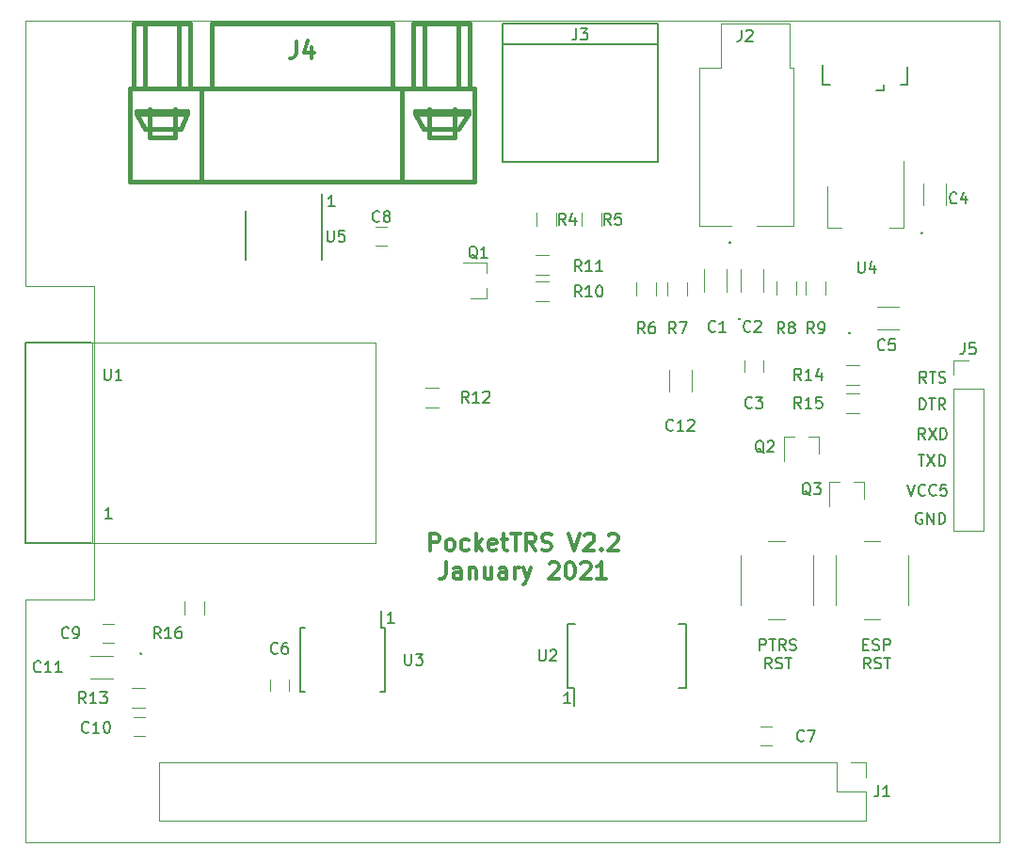
<source format=gbr>
G04 #@! TF.GenerationSoftware,KiCad,Pcbnew,(5.1.5)-3*
G04 #@! TF.CreationDate,2021-01-31T13:17:02+13:00*
G04 #@! TF.ProjectId,PocketTRS,506f636b-6574-4545-9253-2e6b69636164,rev?*
G04 #@! TF.SameCoordinates,Original*
G04 #@! TF.FileFunction,Legend,Top*
G04 #@! TF.FilePolarity,Positive*
%FSLAX46Y46*%
G04 Gerber Fmt 4.6, Leading zero omitted, Abs format (unit mm)*
G04 Created by KiCad (PCBNEW (5.1.5)-3) date 2021-01-31 13:17:02*
%MOMM*%
%LPD*%
G04 APERTURE LIST*
%ADD10C,0.150000*%
%ADD11C,0.050000*%
%ADD12C,0.300000*%
%ADD13C,0.120000*%
%ADD14C,0.381000*%
%ADD15C,0.304800*%
G04 APERTURE END LIST*
D10*
X229362000Y-88749142D02*
X229409619Y-88796761D01*
X229362000Y-88844380D01*
X229314380Y-88796761D01*
X229362000Y-88749142D01*
X229362000Y-88844380D01*
X175514000Y-118848142D02*
X175561619Y-118895761D01*
X175514000Y-118943380D01*
X175466380Y-118895761D01*
X175514000Y-118848142D01*
X175514000Y-118943380D01*
X245745000Y-81002142D02*
X245792619Y-81049761D01*
X245745000Y-81097380D01*
X245697380Y-81049761D01*
X245745000Y-81002142D01*
X245745000Y-81097380D01*
D11*
X165100000Y-135890000D02*
X165100000Y-114046000D01*
X165100000Y-64770000D02*
X165100000Y-85852000D01*
X171323000Y-85852000D02*
X171323000Y-90805000D01*
X171323000Y-85852000D02*
X165100000Y-85852000D01*
X171323000Y-114046000D02*
X171323000Y-90805000D01*
X165100000Y-114046000D02*
X171323000Y-114046000D01*
D10*
X231171952Y-118626380D02*
X231171952Y-117626380D01*
X231552904Y-117626380D01*
X231648142Y-117674000D01*
X231695761Y-117721619D01*
X231743380Y-117816857D01*
X231743380Y-117959714D01*
X231695761Y-118054952D01*
X231648142Y-118102571D01*
X231552904Y-118150190D01*
X231171952Y-118150190D01*
X232029095Y-117626380D02*
X232600523Y-117626380D01*
X232314809Y-118626380D02*
X232314809Y-117626380D01*
X233505285Y-118626380D02*
X233171952Y-118150190D01*
X232933857Y-118626380D02*
X232933857Y-117626380D01*
X233314809Y-117626380D01*
X233410047Y-117674000D01*
X233457666Y-117721619D01*
X233505285Y-117816857D01*
X233505285Y-117959714D01*
X233457666Y-118054952D01*
X233410047Y-118102571D01*
X233314809Y-118150190D01*
X232933857Y-118150190D01*
X233886238Y-118578761D02*
X234029095Y-118626380D01*
X234267190Y-118626380D01*
X234362428Y-118578761D01*
X234410047Y-118531142D01*
X234457666Y-118435904D01*
X234457666Y-118340666D01*
X234410047Y-118245428D01*
X234362428Y-118197809D01*
X234267190Y-118150190D01*
X234076714Y-118102571D01*
X233981476Y-118054952D01*
X233933857Y-118007333D01*
X233886238Y-117912095D01*
X233886238Y-117816857D01*
X233933857Y-117721619D01*
X233981476Y-117674000D01*
X234076714Y-117626380D01*
X234314809Y-117626380D01*
X234457666Y-117674000D01*
X232243380Y-120276380D02*
X231910047Y-119800190D01*
X231671952Y-120276380D02*
X231671952Y-119276380D01*
X232052904Y-119276380D01*
X232148142Y-119324000D01*
X232195761Y-119371619D01*
X232243380Y-119466857D01*
X232243380Y-119609714D01*
X232195761Y-119704952D01*
X232148142Y-119752571D01*
X232052904Y-119800190D01*
X231671952Y-119800190D01*
X232624333Y-120228761D02*
X232767190Y-120276380D01*
X233005285Y-120276380D01*
X233100523Y-120228761D01*
X233148142Y-120181142D01*
X233195761Y-120085904D01*
X233195761Y-119990666D01*
X233148142Y-119895428D01*
X233100523Y-119847809D01*
X233005285Y-119800190D01*
X232814809Y-119752571D01*
X232719571Y-119704952D01*
X232671952Y-119657333D01*
X232624333Y-119562095D01*
X232624333Y-119466857D01*
X232671952Y-119371619D01*
X232719571Y-119324000D01*
X232814809Y-119276380D01*
X233052904Y-119276380D01*
X233195761Y-119324000D01*
X233481476Y-119276380D02*
X234052904Y-119276380D01*
X233767190Y-120276380D02*
X233767190Y-119276380D01*
X240490523Y-118102571D02*
X240823857Y-118102571D01*
X240966714Y-118626380D02*
X240490523Y-118626380D01*
X240490523Y-117626380D01*
X240966714Y-117626380D01*
X241347666Y-118578761D02*
X241490523Y-118626380D01*
X241728619Y-118626380D01*
X241823857Y-118578761D01*
X241871476Y-118531142D01*
X241919095Y-118435904D01*
X241919095Y-118340666D01*
X241871476Y-118245428D01*
X241823857Y-118197809D01*
X241728619Y-118150190D01*
X241538142Y-118102571D01*
X241442904Y-118054952D01*
X241395285Y-118007333D01*
X241347666Y-117912095D01*
X241347666Y-117816857D01*
X241395285Y-117721619D01*
X241442904Y-117674000D01*
X241538142Y-117626380D01*
X241776238Y-117626380D01*
X241919095Y-117674000D01*
X242347666Y-118626380D02*
X242347666Y-117626380D01*
X242728619Y-117626380D01*
X242823857Y-117674000D01*
X242871476Y-117721619D01*
X242919095Y-117816857D01*
X242919095Y-117959714D01*
X242871476Y-118054952D01*
X242823857Y-118102571D01*
X242728619Y-118150190D01*
X242347666Y-118150190D01*
X241133380Y-120276380D02*
X240800047Y-119800190D01*
X240561952Y-120276380D02*
X240561952Y-119276380D01*
X240942904Y-119276380D01*
X241038142Y-119324000D01*
X241085761Y-119371619D01*
X241133380Y-119466857D01*
X241133380Y-119609714D01*
X241085761Y-119704952D01*
X241038142Y-119752571D01*
X240942904Y-119800190D01*
X240561952Y-119800190D01*
X241514333Y-120228761D02*
X241657190Y-120276380D01*
X241895285Y-120276380D01*
X241990523Y-120228761D01*
X242038142Y-120181142D01*
X242085761Y-120085904D01*
X242085761Y-119990666D01*
X242038142Y-119895428D01*
X241990523Y-119847809D01*
X241895285Y-119800190D01*
X241704809Y-119752571D01*
X241609571Y-119704952D01*
X241561952Y-119657333D01*
X241514333Y-119562095D01*
X241514333Y-119466857D01*
X241561952Y-119371619D01*
X241609571Y-119324000D01*
X241704809Y-119276380D01*
X241942904Y-119276380D01*
X242085761Y-119324000D01*
X242371476Y-119276380D02*
X242942904Y-119276380D01*
X242657190Y-120276380D02*
X242657190Y-119276380D01*
X228473000Y-81891142D02*
X228520619Y-81938761D01*
X228473000Y-81986380D01*
X228425380Y-81938761D01*
X228473000Y-81891142D01*
X228473000Y-81986380D01*
X239268000Y-90019142D02*
X239315619Y-90066761D01*
X239268000Y-90114380D01*
X239220380Y-90066761D01*
X239268000Y-90019142D01*
X239268000Y-90114380D01*
X192944714Y-78684380D02*
X192373285Y-78684380D01*
X192659000Y-78684380D02*
X192659000Y-77684380D01*
X192563761Y-77827238D01*
X192468523Y-77922476D01*
X192373285Y-77970095D01*
X198278714Y-116149380D02*
X197707285Y-116149380D01*
X197993000Y-116149380D02*
X197993000Y-115149380D01*
X197897761Y-115292238D01*
X197802523Y-115387476D01*
X197707285Y-115435095D01*
X214153714Y-123388380D02*
X213582285Y-123388380D01*
X213868000Y-123388380D02*
X213868000Y-122388380D01*
X213772761Y-122531238D01*
X213677523Y-122626476D01*
X213582285Y-122674095D01*
X172878714Y-106751380D02*
X172307285Y-106751380D01*
X172593000Y-106751380D02*
X172593000Y-105751380D01*
X172497761Y-105894238D01*
X172402523Y-105989476D01*
X172307285Y-106037095D01*
D11*
X252730000Y-64770000D02*
X252730000Y-61976000D01*
X165100000Y-61976000D02*
X165100000Y-64770000D01*
D12*
X201502428Y-109639571D02*
X201502428Y-108139571D01*
X202073857Y-108139571D01*
X202216714Y-108211000D01*
X202288142Y-108282428D01*
X202359571Y-108425285D01*
X202359571Y-108639571D01*
X202288142Y-108782428D01*
X202216714Y-108853857D01*
X202073857Y-108925285D01*
X201502428Y-108925285D01*
X203216714Y-109639571D02*
X203073857Y-109568142D01*
X203002428Y-109496714D01*
X202931000Y-109353857D01*
X202931000Y-108925285D01*
X203002428Y-108782428D01*
X203073857Y-108711000D01*
X203216714Y-108639571D01*
X203431000Y-108639571D01*
X203573857Y-108711000D01*
X203645285Y-108782428D01*
X203716714Y-108925285D01*
X203716714Y-109353857D01*
X203645285Y-109496714D01*
X203573857Y-109568142D01*
X203431000Y-109639571D01*
X203216714Y-109639571D01*
X205002428Y-109568142D02*
X204859571Y-109639571D01*
X204573857Y-109639571D01*
X204431000Y-109568142D01*
X204359571Y-109496714D01*
X204288142Y-109353857D01*
X204288142Y-108925285D01*
X204359571Y-108782428D01*
X204431000Y-108711000D01*
X204573857Y-108639571D01*
X204859571Y-108639571D01*
X205002428Y-108711000D01*
X205645285Y-109639571D02*
X205645285Y-108139571D01*
X205788142Y-109068142D02*
X206216714Y-109639571D01*
X206216714Y-108639571D02*
X205645285Y-109211000D01*
X207431000Y-109568142D02*
X207288142Y-109639571D01*
X207002428Y-109639571D01*
X206859571Y-109568142D01*
X206788142Y-109425285D01*
X206788142Y-108853857D01*
X206859571Y-108711000D01*
X207002428Y-108639571D01*
X207288142Y-108639571D01*
X207431000Y-108711000D01*
X207502428Y-108853857D01*
X207502428Y-108996714D01*
X206788142Y-109139571D01*
X207931000Y-108639571D02*
X208502428Y-108639571D01*
X208145285Y-108139571D02*
X208145285Y-109425285D01*
X208216714Y-109568142D01*
X208359571Y-109639571D01*
X208502428Y-109639571D01*
X208788142Y-108139571D02*
X209645285Y-108139571D01*
X209216714Y-109639571D02*
X209216714Y-108139571D01*
X211002428Y-109639571D02*
X210502428Y-108925285D01*
X210145285Y-109639571D02*
X210145285Y-108139571D01*
X210716714Y-108139571D01*
X210859571Y-108211000D01*
X210931000Y-108282428D01*
X211002428Y-108425285D01*
X211002428Y-108639571D01*
X210931000Y-108782428D01*
X210859571Y-108853857D01*
X210716714Y-108925285D01*
X210145285Y-108925285D01*
X211573857Y-109568142D02*
X211788142Y-109639571D01*
X212145285Y-109639571D01*
X212288142Y-109568142D01*
X212359571Y-109496714D01*
X212431000Y-109353857D01*
X212431000Y-109211000D01*
X212359571Y-109068142D01*
X212288142Y-108996714D01*
X212145285Y-108925285D01*
X211859571Y-108853857D01*
X211716714Y-108782428D01*
X211645285Y-108711000D01*
X211573857Y-108568142D01*
X211573857Y-108425285D01*
X211645285Y-108282428D01*
X211716714Y-108211000D01*
X211859571Y-108139571D01*
X212216714Y-108139571D01*
X212431000Y-108211000D01*
X214002428Y-108139571D02*
X214502428Y-109639571D01*
X215002428Y-108139571D01*
X215431000Y-108282428D02*
X215502428Y-108211000D01*
X215645285Y-108139571D01*
X216002428Y-108139571D01*
X216145285Y-108211000D01*
X216216714Y-108282428D01*
X216288142Y-108425285D01*
X216288142Y-108568142D01*
X216216714Y-108782428D01*
X215359571Y-109639571D01*
X216288142Y-109639571D01*
X216931000Y-109496714D02*
X217002428Y-109568142D01*
X216931000Y-109639571D01*
X216859571Y-109568142D01*
X216931000Y-109496714D01*
X216931000Y-109639571D01*
X217573857Y-108282428D02*
X217645285Y-108211000D01*
X217788142Y-108139571D01*
X218145285Y-108139571D01*
X218288142Y-108211000D01*
X218359571Y-108282428D01*
X218431000Y-108425285D01*
X218431000Y-108568142D01*
X218359571Y-108782428D01*
X217502428Y-109639571D01*
X218431000Y-109639571D01*
X202966714Y-110689571D02*
X202966714Y-111761000D01*
X202895285Y-111975285D01*
X202752428Y-112118142D01*
X202538142Y-112189571D01*
X202395285Y-112189571D01*
X204323857Y-112189571D02*
X204323857Y-111403857D01*
X204252428Y-111261000D01*
X204109571Y-111189571D01*
X203823857Y-111189571D01*
X203681000Y-111261000D01*
X204323857Y-112118142D02*
X204181000Y-112189571D01*
X203823857Y-112189571D01*
X203681000Y-112118142D01*
X203609571Y-111975285D01*
X203609571Y-111832428D01*
X203681000Y-111689571D01*
X203823857Y-111618142D01*
X204181000Y-111618142D01*
X204323857Y-111546714D01*
X205038142Y-111189571D02*
X205038142Y-112189571D01*
X205038142Y-111332428D02*
X205109571Y-111261000D01*
X205252428Y-111189571D01*
X205466714Y-111189571D01*
X205609571Y-111261000D01*
X205681000Y-111403857D01*
X205681000Y-112189571D01*
X207038142Y-111189571D02*
X207038142Y-112189571D01*
X206395285Y-111189571D02*
X206395285Y-111975285D01*
X206466714Y-112118142D01*
X206609571Y-112189571D01*
X206823857Y-112189571D01*
X206966714Y-112118142D01*
X207038142Y-112046714D01*
X208395285Y-112189571D02*
X208395285Y-111403857D01*
X208323857Y-111261000D01*
X208181000Y-111189571D01*
X207895285Y-111189571D01*
X207752428Y-111261000D01*
X208395285Y-112118142D02*
X208252428Y-112189571D01*
X207895285Y-112189571D01*
X207752428Y-112118142D01*
X207681000Y-111975285D01*
X207681000Y-111832428D01*
X207752428Y-111689571D01*
X207895285Y-111618142D01*
X208252428Y-111618142D01*
X208395285Y-111546714D01*
X209109571Y-112189571D02*
X209109571Y-111189571D01*
X209109571Y-111475285D02*
X209181000Y-111332428D01*
X209252428Y-111261000D01*
X209395285Y-111189571D01*
X209538142Y-111189571D01*
X209895285Y-111189571D02*
X210252428Y-112189571D01*
X210609571Y-111189571D02*
X210252428Y-112189571D01*
X210109571Y-112546714D01*
X210038142Y-112618142D01*
X209895285Y-112689571D01*
X212252428Y-110832428D02*
X212323857Y-110761000D01*
X212466714Y-110689571D01*
X212823857Y-110689571D01*
X212966714Y-110761000D01*
X213038142Y-110832428D01*
X213109571Y-110975285D01*
X213109571Y-111118142D01*
X213038142Y-111332428D01*
X212181000Y-112189571D01*
X213109571Y-112189571D01*
X214038142Y-110689571D02*
X214181000Y-110689571D01*
X214323857Y-110761000D01*
X214395285Y-110832428D01*
X214466714Y-110975285D01*
X214538142Y-111261000D01*
X214538142Y-111618142D01*
X214466714Y-111903857D01*
X214395285Y-112046714D01*
X214323857Y-112118142D01*
X214181000Y-112189571D01*
X214038142Y-112189571D01*
X213895285Y-112118142D01*
X213823857Y-112046714D01*
X213752428Y-111903857D01*
X213681000Y-111618142D01*
X213681000Y-111261000D01*
X213752428Y-110975285D01*
X213823857Y-110832428D01*
X213895285Y-110761000D01*
X214038142Y-110689571D01*
X215109571Y-110832428D02*
X215181000Y-110761000D01*
X215323857Y-110689571D01*
X215681000Y-110689571D01*
X215823857Y-110761000D01*
X215895285Y-110832428D01*
X215966714Y-110975285D01*
X215966714Y-111118142D01*
X215895285Y-111332428D01*
X215038142Y-112189571D01*
X215966714Y-112189571D01*
X217395285Y-112189571D02*
X216538142Y-112189571D01*
X216966714Y-112189571D02*
X216966714Y-110689571D01*
X216823857Y-110903857D01*
X216681000Y-111046714D01*
X216538142Y-111118142D01*
D11*
X252730000Y-135890000D02*
X165100000Y-135890000D01*
X252730000Y-64770000D02*
X252730000Y-135890000D01*
D10*
X244473214Y-103719380D02*
X244806547Y-104719380D01*
X245139880Y-103719380D01*
X246044642Y-104624142D02*
X245997023Y-104671761D01*
X245854166Y-104719380D01*
X245758928Y-104719380D01*
X245616071Y-104671761D01*
X245520833Y-104576523D01*
X245473214Y-104481285D01*
X245425595Y-104290809D01*
X245425595Y-104147952D01*
X245473214Y-103957476D01*
X245520833Y-103862238D01*
X245616071Y-103767000D01*
X245758928Y-103719380D01*
X245854166Y-103719380D01*
X245997023Y-103767000D01*
X246044642Y-103814619D01*
X247044642Y-104624142D02*
X246997023Y-104671761D01*
X246854166Y-104719380D01*
X246758928Y-104719380D01*
X246616071Y-104671761D01*
X246520833Y-104576523D01*
X246473214Y-104481285D01*
X246425595Y-104290809D01*
X246425595Y-104147952D01*
X246473214Y-103957476D01*
X246520833Y-103862238D01*
X246616071Y-103767000D01*
X246758928Y-103719380D01*
X246854166Y-103719380D01*
X246997023Y-103767000D01*
X247044642Y-103814619D01*
X247949404Y-103719380D02*
X247473214Y-103719380D01*
X247425595Y-104195571D01*
X247473214Y-104147952D01*
X247568452Y-104100333D01*
X247806547Y-104100333D01*
X247901785Y-104147952D01*
X247949404Y-104195571D01*
X247997023Y-104290809D01*
X247997023Y-104528904D01*
X247949404Y-104624142D01*
X247901785Y-104671761D01*
X247806547Y-104719380D01*
X247568452Y-104719380D01*
X247473214Y-104671761D01*
X247425595Y-104624142D01*
X245441452Y-101052380D02*
X246012880Y-101052380D01*
X245727166Y-102052380D02*
X245727166Y-101052380D01*
X246250976Y-101052380D02*
X246917642Y-102052380D01*
X246917642Y-101052380D02*
X246250976Y-102052380D01*
X247298595Y-102052380D02*
X247298595Y-101052380D01*
X247536690Y-101052380D01*
X247679547Y-101100000D01*
X247774785Y-101195238D01*
X247822404Y-101290476D01*
X247870023Y-101480952D01*
X247870023Y-101623809D01*
X247822404Y-101814285D01*
X247774785Y-101909523D01*
X247679547Y-102004761D01*
X247536690Y-102052380D01*
X247298595Y-102052380D01*
X246044642Y-99639380D02*
X245711309Y-99163190D01*
X245473214Y-99639380D02*
X245473214Y-98639380D01*
X245854166Y-98639380D01*
X245949404Y-98687000D01*
X245997023Y-98734619D01*
X246044642Y-98829857D01*
X246044642Y-98972714D01*
X245997023Y-99067952D01*
X245949404Y-99115571D01*
X245854166Y-99163190D01*
X245473214Y-99163190D01*
X246377976Y-98639380D02*
X247044642Y-99639380D01*
X247044642Y-98639380D02*
X246377976Y-99639380D01*
X247425595Y-99639380D02*
X247425595Y-98639380D01*
X247663690Y-98639380D01*
X247806547Y-98687000D01*
X247901785Y-98782238D01*
X247949404Y-98877476D01*
X247997023Y-99067952D01*
X247997023Y-99210809D01*
X247949404Y-99401285D01*
X247901785Y-99496523D01*
X247806547Y-99591761D01*
X247663690Y-99639380D01*
X247425595Y-99639380D01*
X245774785Y-106307000D02*
X245679547Y-106259380D01*
X245536690Y-106259380D01*
X245393833Y-106307000D01*
X245298595Y-106402238D01*
X245250976Y-106497476D01*
X245203357Y-106687952D01*
X245203357Y-106830809D01*
X245250976Y-107021285D01*
X245298595Y-107116523D01*
X245393833Y-107211761D01*
X245536690Y-107259380D01*
X245631928Y-107259380D01*
X245774785Y-107211761D01*
X245822404Y-107164142D01*
X245822404Y-106830809D01*
X245631928Y-106830809D01*
X246250976Y-107259380D02*
X246250976Y-106259380D01*
X246822404Y-107259380D01*
X246822404Y-106259380D01*
X247298595Y-107259380D02*
X247298595Y-106259380D01*
X247536690Y-106259380D01*
X247679547Y-106307000D01*
X247774785Y-106402238D01*
X247822404Y-106497476D01*
X247870023Y-106687952D01*
X247870023Y-106830809D01*
X247822404Y-107021285D01*
X247774785Y-107116523D01*
X247679547Y-107211761D01*
X247536690Y-107259380D01*
X247298595Y-107259380D01*
X245536690Y-96972380D02*
X245536690Y-95972380D01*
X245774785Y-95972380D01*
X245917642Y-96020000D01*
X246012880Y-96115238D01*
X246060500Y-96210476D01*
X246108119Y-96400952D01*
X246108119Y-96543809D01*
X246060500Y-96734285D01*
X246012880Y-96829523D01*
X245917642Y-96924761D01*
X245774785Y-96972380D01*
X245536690Y-96972380D01*
X246393833Y-95972380D02*
X246965261Y-95972380D01*
X246679547Y-96972380D02*
X246679547Y-95972380D01*
X247870023Y-96972380D02*
X247536690Y-96496190D01*
X247298595Y-96972380D02*
X247298595Y-95972380D01*
X247679547Y-95972380D01*
X247774785Y-96020000D01*
X247822404Y-96067619D01*
X247870023Y-96162857D01*
X247870023Y-96305714D01*
X247822404Y-96400952D01*
X247774785Y-96448571D01*
X247679547Y-96496190D01*
X247298595Y-96496190D01*
X246155738Y-94559380D02*
X245822404Y-94083190D01*
X245584309Y-94559380D02*
X245584309Y-93559380D01*
X245965261Y-93559380D01*
X246060500Y-93607000D01*
X246108119Y-93654619D01*
X246155738Y-93749857D01*
X246155738Y-93892714D01*
X246108119Y-93987952D01*
X246060500Y-94035571D01*
X245965261Y-94083190D01*
X245584309Y-94083190D01*
X246441452Y-93559380D02*
X247012880Y-93559380D01*
X246727166Y-94559380D02*
X246727166Y-93559380D01*
X247298595Y-94511761D02*
X247441452Y-94559380D01*
X247679547Y-94559380D01*
X247774785Y-94511761D01*
X247822404Y-94464142D01*
X247870023Y-94368904D01*
X247870023Y-94273666D01*
X247822404Y-94178428D01*
X247774785Y-94130809D01*
X247679547Y-94083190D01*
X247489071Y-94035571D01*
X247393833Y-93987952D01*
X247346214Y-93940333D01*
X247298595Y-93845095D01*
X247298595Y-93749857D01*
X247346214Y-93654619D01*
X247393833Y-93607000D01*
X247489071Y-93559380D01*
X247727166Y-93559380D01*
X247870023Y-93607000D01*
D11*
X165100000Y-61976000D02*
X252730000Y-61976000D01*
D13*
X240725000Y-128718000D02*
X240725000Y-130048000D01*
X239395000Y-128718000D02*
X240725000Y-128718000D01*
X240725000Y-131318000D02*
X240725000Y-133918000D01*
X238125000Y-131318000D02*
X240725000Y-131318000D01*
X238125000Y-128718000D02*
X238125000Y-131318000D01*
X240725000Y-133918000D02*
X177105000Y-133918000D01*
X238125000Y-128718000D02*
X177105000Y-128718000D01*
X177105000Y-128718000D02*
X177105000Y-133918000D01*
D10*
X165100000Y-90932000D02*
X165100000Y-108966000D01*
X171069000Y-90932000D02*
X165100000Y-90932000D01*
X171069000Y-108966000D02*
X165100000Y-108966000D01*
D11*
X196654000Y-108949000D02*
X171124000Y-108949000D01*
X171124000Y-108949000D02*
X171124000Y-90949000D01*
X171124000Y-90949000D02*
X196654000Y-90949000D01*
X196654000Y-90949000D02*
X196654000Y-108949000D01*
D13*
X248606000Y-92523000D02*
X249936000Y-92523000D01*
X248606000Y-93853000D02*
X248606000Y-92523000D01*
X248606000Y-95123000D02*
X251266000Y-95123000D01*
X251266000Y-95123000D02*
X251266000Y-107883000D01*
X248606000Y-95123000D02*
X248606000Y-107883000D01*
X248606000Y-107883000D02*
X251266000Y-107883000D01*
X244075000Y-74640000D02*
X244075000Y-80650000D01*
X237255000Y-76890000D02*
X237255000Y-80650000D01*
X244075000Y-80650000D02*
X242815000Y-80650000D01*
X237255000Y-80650000D02*
X238515000Y-80650000D01*
X231482000Y-93591000D02*
X231482000Y-92591000D01*
X229782000Y-92591000D02*
X229782000Y-93591000D01*
X245868000Y-76597000D02*
X245868000Y-78597000D01*
X247908000Y-78597000D02*
X247908000Y-76597000D01*
X241729000Y-89793000D02*
X243729000Y-89793000D01*
X243729000Y-87753000D02*
X241729000Y-87753000D01*
X188810000Y-122293000D02*
X188810000Y-121293000D01*
X187110000Y-121293000D02*
X187110000Y-122293000D01*
X231275000Y-127215000D02*
X232275000Y-127215000D01*
X232275000Y-125515000D02*
X231275000Y-125515000D01*
X197624000Y-80557000D02*
X196624000Y-80557000D01*
X196624000Y-82257000D02*
X197624000Y-82257000D01*
X173093000Y-116244000D02*
X172093000Y-116244000D01*
X172093000Y-117944000D02*
X173093000Y-117944000D01*
X175887000Y-124626000D02*
X174887000Y-124626000D01*
X174887000Y-126326000D02*
X175887000Y-126326000D01*
X211083000Y-80483000D02*
X211083000Y-79283000D01*
X212843000Y-79283000D02*
X212843000Y-80483000D01*
X216907000Y-79283000D02*
X216907000Y-80483000D01*
X215147000Y-80483000D02*
X215147000Y-79283000D01*
X221860000Y-85506000D02*
X221860000Y-86706000D01*
X220100000Y-86706000D02*
X220100000Y-85506000D01*
X224654000Y-85506000D02*
X224654000Y-86706000D01*
X222894000Y-86706000D02*
X222894000Y-85506000D01*
X234433000Y-85459000D02*
X234433000Y-86659000D01*
X232673000Y-86659000D02*
X232673000Y-85459000D01*
X235340000Y-86659000D02*
X235340000Y-85459000D01*
X237100000Y-85459000D02*
X237100000Y-86659000D01*
X212182000Y-87240000D02*
X210982000Y-87240000D01*
X210982000Y-85480000D02*
X212182000Y-85480000D01*
X210982000Y-83067000D02*
X212182000Y-83067000D01*
X212182000Y-84827000D02*
X210982000Y-84827000D01*
X202276000Y-96765000D02*
X201076000Y-96765000D01*
X201076000Y-95005000D02*
X202276000Y-95005000D01*
X174660000Y-122056000D02*
X175860000Y-122056000D01*
X175860000Y-123816000D02*
X174660000Y-123816000D01*
X240122000Y-94733000D02*
X238922000Y-94733000D01*
X238922000Y-92973000D02*
X240122000Y-92973000D01*
X240122000Y-97273000D02*
X238922000Y-97273000D01*
X238922000Y-95513000D02*
X240122000Y-95513000D01*
X179460000Y-115408000D02*
X179460000Y-114208000D01*
X181220000Y-114208000D02*
X181220000Y-115408000D01*
D10*
X214452000Y-122001000D02*
X214452000Y-123601000D01*
X224527000Y-122001000D02*
X224527000Y-116251000D01*
X213877000Y-122001000D02*
X213877000Y-116251000D01*
X224527000Y-122001000D02*
X223877000Y-122001000D01*
X224527000Y-116251000D02*
X223877000Y-116251000D01*
X213877000Y-116251000D02*
X214527000Y-116251000D01*
X213877000Y-122001000D02*
X214452000Y-122001000D01*
X191791000Y-77530000D02*
X191791000Y-83505000D01*
X184891000Y-79055000D02*
X184891000Y-83505000D01*
D13*
X206627000Y-86924000D02*
X205167000Y-86924000D01*
X206627000Y-83764000D02*
X204467000Y-83764000D01*
X206627000Y-83764000D02*
X206627000Y-84694000D01*
X206627000Y-86924000D02*
X206627000Y-85994000D01*
X236530000Y-99443000D02*
X235600000Y-99443000D01*
X233370000Y-99443000D02*
X234300000Y-99443000D01*
X233370000Y-99443000D02*
X233370000Y-101603000D01*
X236530000Y-99443000D02*
X236530000Y-100903000D01*
X240594000Y-103507000D02*
X240594000Y-104967000D01*
X237434000Y-103507000D02*
X237434000Y-105667000D01*
X237434000Y-103507000D02*
X238364000Y-103507000D01*
X240594000Y-103507000D02*
X239664000Y-103507000D01*
D10*
X197150000Y-116632000D02*
X197150000Y-115032000D01*
X189850000Y-116632000D02*
X189850000Y-122382000D01*
X197500000Y-116632000D02*
X197500000Y-122382000D01*
X189850000Y-116632000D02*
X190300000Y-116632000D01*
X189850000Y-122382000D02*
X190300000Y-122382000D01*
X197500000Y-122382000D02*
X197050000Y-122382000D01*
X197500000Y-116632000D02*
X197150000Y-116632000D01*
D13*
X172958000Y-119122000D02*
X170958000Y-119122000D01*
X170958000Y-121162000D02*
X172958000Y-121162000D01*
X229450000Y-110093000D02*
X229450000Y-114593000D01*
X233450000Y-108843000D02*
X231950000Y-108843000D01*
X235950000Y-114593000D02*
X235950000Y-110093000D01*
X231950000Y-115843000D02*
X233450000Y-115843000D01*
X242014000Y-108820000D02*
X240514000Y-108820000D01*
X238014000Y-110070000D02*
X238014000Y-114570000D01*
X240514000Y-115820000D02*
X242014000Y-115820000D01*
X244514000Y-114570000D02*
X244514000Y-110070000D01*
X228223000Y-86344000D02*
X228223000Y-84344000D01*
X226183000Y-84344000D02*
X226183000Y-86344000D01*
X229485000Y-84344000D02*
X229485000Y-86344000D01*
X231525000Y-86344000D02*
X231525000Y-84344000D01*
X223008000Y-93361000D02*
X223008000Y-95361000D01*
X225048000Y-95361000D02*
X225048000Y-93361000D01*
D14*
X200025000Y-68072000D02*
X200025000Y-62230000D01*
X200914000Y-71755000D02*
X200152000Y-70358000D01*
X204089000Y-71755000D02*
X204978000Y-70358000D01*
X199009000Y-76454000D02*
X199009000Y-68097400D01*
X205486000Y-68072000D02*
X205486000Y-76454000D01*
X174498000Y-76454000D02*
X174498000Y-68072000D01*
X174498000Y-76454000D02*
X205486000Y-76454000D01*
X180975000Y-68097400D02*
X180975000Y-76454000D01*
X175895000Y-71755000D02*
X175133000Y-70358000D01*
X179070000Y-71755000D02*
X179705000Y-70358000D01*
X179070000Y-71755000D02*
X175895000Y-71755000D01*
X204089000Y-71755000D02*
X200914000Y-71755000D01*
X175133000Y-70358000D02*
X179705000Y-70358000D01*
X179705000Y-70358000D02*
X179705000Y-70104000D01*
X179705000Y-70104000D02*
X175133000Y-70104000D01*
X175133000Y-70104000D02*
X175133000Y-70358000D01*
X200152000Y-70358000D02*
X204978000Y-70358000D01*
X204978000Y-70358000D02*
X204978000Y-70104000D01*
X204978000Y-70104000D02*
X200152000Y-70104000D01*
X200152000Y-70104000D02*
X200152000Y-70358000D01*
X178562000Y-69977000D02*
X178562000Y-72517000D01*
X178562000Y-72517000D02*
X176276000Y-72517000D01*
X176276000Y-72517000D02*
X176276000Y-69977000D01*
X203708000Y-69977000D02*
X203708000Y-72517000D01*
X203708000Y-72517000D02*
X201422000Y-72517000D01*
X201422000Y-72517000D02*
X201422000Y-69977000D01*
X201041000Y-68072000D02*
X201041000Y-62230000D01*
X204089000Y-68072000D02*
X204089000Y-62230000D01*
X175895000Y-68072000D02*
X175895000Y-62230000D01*
X178943000Y-68072000D02*
X178943000Y-62230000D01*
X179959000Y-68072000D02*
X179959000Y-62230000D01*
X179959000Y-62230000D02*
X174879000Y-62230000D01*
X174879000Y-62230000D02*
X174879000Y-67945000D01*
X205105000Y-68072000D02*
X205105000Y-62230000D01*
X205105000Y-62230000D02*
X200025000Y-62230000D01*
X198120000Y-68072000D02*
X198120000Y-62230000D01*
X198120000Y-62230000D02*
X181864000Y-62230000D01*
X181864000Y-62230000D02*
X181864000Y-68072000D01*
X205486000Y-68072000D02*
X174498000Y-68072000D01*
D13*
X228620000Y-80484000D02*
X225750000Y-80484000D01*
X225750000Y-80484000D02*
X225750000Y-66244000D01*
X225750000Y-66244000D02*
X227650000Y-66244000D01*
X227650000Y-66244000D02*
X227650000Y-62244000D01*
X227650000Y-62244000D02*
X233890000Y-62244000D01*
X233890000Y-62244000D02*
X233890000Y-66244000D01*
X233890000Y-66244000D02*
X234190000Y-66244000D01*
X234190000Y-66244000D02*
X234190000Y-80484000D01*
X234190000Y-80484000D02*
X230870000Y-80484000D01*
D10*
X208011000Y-62203000D02*
X208011000Y-74703000D01*
X208011000Y-74703000D02*
X222011000Y-74703000D01*
X222011000Y-74703000D02*
X222011000Y-62203000D01*
X222011000Y-62203000D02*
X208011000Y-62203000D01*
X208011000Y-64103000D02*
X222011000Y-64103000D01*
X241665000Y-68270000D02*
X242365000Y-68270000D01*
X242365000Y-68270000D02*
X242365000Y-67770000D01*
X236865000Y-65970000D02*
X236865000Y-67770000D01*
X236865000Y-67770000D02*
X237465000Y-67770000D01*
X244465000Y-66170000D02*
X244465000Y-67770000D01*
X244465000Y-67770000D02*
X243865000Y-67770000D01*
X241855666Y-130770380D02*
X241855666Y-131484666D01*
X241808047Y-131627523D01*
X241712809Y-131722761D01*
X241569952Y-131770380D01*
X241474714Y-131770380D01*
X242855666Y-131770380D02*
X242284238Y-131770380D01*
X242569952Y-131770380D02*
X242569952Y-130770380D01*
X242474714Y-130913238D01*
X242379476Y-131008476D01*
X242284238Y-131056095D01*
X172212095Y-93305380D02*
X172212095Y-94114904D01*
X172259714Y-94210142D01*
X172307333Y-94257761D01*
X172402571Y-94305380D01*
X172593047Y-94305380D01*
X172688285Y-94257761D01*
X172735904Y-94210142D01*
X172783523Y-94114904D01*
X172783523Y-93305380D01*
X173783523Y-94305380D02*
X173212095Y-94305380D01*
X173497809Y-94305380D02*
X173497809Y-93305380D01*
X173402571Y-93448238D01*
X173307333Y-93543476D01*
X173212095Y-93591095D01*
X249602666Y-90975380D02*
X249602666Y-91689666D01*
X249555047Y-91832523D01*
X249459809Y-91927761D01*
X249316952Y-91975380D01*
X249221714Y-91975380D01*
X250555047Y-90975380D02*
X250078857Y-90975380D01*
X250031238Y-91451571D01*
X250078857Y-91403952D01*
X250174095Y-91356333D01*
X250412190Y-91356333D01*
X250507428Y-91403952D01*
X250555047Y-91451571D01*
X250602666Y-91546809D01*
X250602666Y-91784904D01*
X250555047Y-91880142D01*
X250507428Y-91927761D01*
X250412190Y-91975380D01*
X250174095Y-91975380D01*
X250078857Y-91927761D01*
X250031238Y-91880142D01*
X240030095Y-83653380D02*
X240030095Y-84462904D01*
X240077714Y-84558142D01*
X240125333Y-84605761D01*
X240220571Y-84653380D01*
X240411047Y-84653380D01*
X240506285Y-84605761D01*
X240553904Y-84558142D01*
X240601523Y-84462904D01*
X240601523Y-83653380D01*
X241506285Y-83986714D02*
X241506285Y-84653380D01*
X241268190Y-83605761D02*
X241030095Y-84320047D01*
X241649142Y-84320047D01*
X230465333Y-96750142D02*
X230417714Y-96797761D01*
X230274857Y-96845380D01*
X230179619Y-96845380D01*
X230036761Y-96797761D01*
X229941523Y-96702523D01*
X229893904Y-96607285D01*
X229846285Y-96416809D01*
X229846285Y-96273952D01*
X229893904Y-96083476D01*
X229941523Y-95988238D01*
X230036761Y-95893000D01*
X230179619Y-95845380D01*
X230274857Y-95845380D01*
X230417714Y-95893000D01*
X230465333Y-95940619D01*
X230798666Y-95845380D02*
X231417714Y-95845380D01*
X231084380Y-96226333D01*
X231227238Y-96226333D01*
X231322476Y-96273952D01*
X231370095Y-96321571D01*
X231417714Y-96416809D01*
X231417714Y-96654904D01*
X231370095Y-96750142D01*
X231322476Y-96797761D01*
X231227238Y-96845380D01*
X230941523Y-96845380D01*
X230846285Y-96797761D01*
X230798666Y-96750142D01*
X248880333Y-78335142D02*
X248832714Y-78382761D01*
X248689857Y-78430380D01*
X248594619Y-78430380D01*
X248451761Y-78382761D01*
X248356523Y-78287523D01*
X248308904Y-78192285D01*
X248261285Y-78001809D01*
X248261285Y-77858952D01*
X248308904Y-77668476D01*
X248356523Y-77573238D01*
X248451761Y-77478000D01*
X248594619Y-77430380D01*
X248689857Y-77430380D01*
X248832714Y-77478000D01*
X248880333Y-77525619D01*
X249737476Y-77763714D02*
X249737476Y-78430380D01*
X249499380Y-77382761D02*
X249261285Y-78097047D01*
X249880333Y-78097047D01*
X242403333Y-91543142D02*
X242355714Y-91590761D01*
X242212857Y-91638380D01*
X242117619Y-91638380D01*
X241974761Y-91590761D01*
X241879523Y-91495523D01*
X241831904Y-91400285D01*
X241784285Y-91209809D01*
X241784285Y-91066952D01*
X241831904Y-90876476D01*
X241879523Y-90781238D01*
X241974761Y-90686000D01*
X242117619Y-90638380D01*
X242212857Y-90638380D01*
X242355714Y-90686000D01*
X242403333Y-90733619D01*
X243308095Y-90638380D02*
X242831904Y-90638380D01*
X242784285Y-91114571D01*
X242831904Y-91066952D01*
X242927142Y-91019333D01*
X243165238Y-91019333D01*
X243260476Y-91066952D01*
X243308095Y-91114571D01*
X243355714Y-91209809D01*
X243355714Y-91447904D01*
X243308095Y-91543142D01*
X243260476Y-91590761D01*
X243165238Y-91638380D01*
X242927142Y-91638380D01*
X242831904Y-91590761D01*
X242784285Y-91543142D01*
X187793333Y-118848142D02*
X187745714Y-118895761D01*
X187602857Y-118943380D01*
X187507619Y-118943380D01*
X187364761Y-118895761D01*
X187269523Y-118800523D01*
X187221904Y-118705285D01*
X187174285Y-118514809D01*
X187174285Y-118371952D01*
X187221904Y-118181476D01*
X187269523Y-118086238D01*
X187364761Y-117991000D01*
X187507619Y-117943380D01*
X187602857Y-117943380D01*
X187745714Y-117991000D01*
X187793333Y-118038619D01*
X188650476Y-117943380D02*
X188460000Y-117943380D01*
X188364761Y-117991000D01*
X188317142Y-118038619D01*
X188221904Y-118181476D01*
X188174285Y-118371952D01*
X188174285Y-118752904D01*
X188221904Y-118848142D01*
X188269523Y-118895761D01*
X188364761Y-118943380D01*
X188555238Y-118943380D01*
X188650476Y-118895761D01*
X188698095Y-118848142D01*
X188745714Y-118752904D01*
X188745714Y-118514809D01*
X188698095Y-118419571D01*
X188650476Y-118371952D01*
X188555238Y-118324333D01*
X188364761Y-118324333D01*
X188269523Y-118371952D01*
X188221904Y-118419571D01*
X188174285Y-118514809D01*
X235144333Y-126722142D02*
X235096714Y-126769761D01*
X234953857Y-126817380D01*
X234858619Y-126817380D01*
X234715761Y-126769761D01*
X234620523Y-126674523D01*
X234572904Y-126579285D01*
X234525285Y-126388809D01*
X234525285Y-126245952D01*
X234572904Y-126055476D01*
X234620523Y-125960238D01*
X234715761Y-125865000D01*
X234858619Y-125817380D01*
X234953857Y-125817380D01*
X235096714Y-125865000D01*
X235144333Y-125912619D01*
X235477666Y-125817380D02*
X236144333Y-125817380D01*
X235715761Y-126817380D01*
X196957333Y-80014142D02*
X196909714Y-80061761D01*
X196766857Y-80109380D01*
X196671619Y-80109380D01*
X196528761Y-80061761D01*
X196433523Y-79966523D01*
X196385904Y-79871285D01*
X196338285Y-79680809D01*
X196338285Y-79537952D01*
X196385904Y-79347476D01*
X196433523Y-79252238D01*
X196528761Y-79157000D01*
X196671619Y-79109380D01*
X196766857Y-79109380D01*
X196909714Y-79157000D01*
X196957333Y-79204619D01*
X197528761Y-79537952D02*
X197433523Y-79490333D01*
X197385904Y-79442714D01*
X197338285Y-79347476D01*
X197338285Y-79299857D01*
X197385904Y-79204619D01*
X197433523Y-79157000D01*
X197528761Y-79109380D01*
X197719238Y-79109380D01*
X197814476Y-79157000D01*
X197862095Y-79204619D01*
X197909714Y-79299857D01*
X197909714Y-79347476D01*
X197862095Y-79442714D01*
X197814476Y-79490333D01*
X197719238Y-79537952D01*
X197528761Y-79537952D01*
X197433523Y-79585571D01*
X197385904Y-79633190D01*
X197338285Y-79728428D01*
X197338285Y-79918904D01*
X197385904Y-80014142D01*
X197433523Y-80061761D01*
X197528761Y-80109380D01*
X197719238Y-80109380D01*
X197814476Y-80061761D01*
X197862095Y-80014142D01*
X197909714Y-79918904D01*
X197909714Y-79728428D01*
X197862095Y-79633190D01*
X197814476Y-79585571D01*
X197719238Y-79537952D01*
X168997333Y-117451142D02*
X168949714Y-117498761D01*
X168806857Y-117546380D01*
X168711619Y-117546380D01*
X168568761Y-117498761D01*
X168473523Y-117403523D01*
X168425904Y-117308285D01*
X168378285Y-117117809D01*
X168378285Y-116974952D01*
X168425904Y-116784476D01*
X168473523Y-116689238D01*
X168568761Y-116594000D01*
X168711619Y-116546380D01*
X168806857Y-116546380D01*
X168949714Y-116594000D01*
X168997333Y-116641619D01*
X169473523Y-117546380D02*
X169664000Y-117546380D01*
X169759238Y-117498761D01*
X169806857Y-117451142D01*
X169902095Y-117308285D01*
X169949714Y-117117809D01*
X169949714Y-116736857D01*
X169902095Y-116641619D01*
X169854476Y-116594000D01*
X169759238Y-116546380D01*
X169568761Y-116546380D01*
X169473523Y-116594000D01*
X169425904Y-116641619D01*
X169378285Y-116736857D01*
X169378285Y-116974952D01*
X169425904Y-117070190D01*
X169473523Y-117117809D01*
X169568761Y-117165428D01*
X169759238Y-117165428D01*
X169854476Y-117117809D01*
X169902095Y-117070190D01*
X169949714Y-116974952D01*
X170807142Y-125960142D02*
X170759523Y-126007761D01*
X170616666Y-126055380D01*
X170521428Y-126055380D01*
X170378571Y-126007761D01*
X170283333Y-125912523D01*
X170235714Y-125817285D01*
X170188095Y-125626809D01*
X170188095Y-125483952D01*
X170235714Y-125293476D01*
X170283333Y-125198238D01*
X170378571Y-125103000D01*
X170521428Y-125055380D01*
X170616666Y-125055380D01*
X170759523Y-125103000D01*
X170807142Y-125150619D01*
X171759523Y-126055380D02*
X171188095Y-126055380D01*
X171473809Y-126055380D02*
X171473809Y-125055380D01*
X171378571Y-125198238D01*
X171283333Y-125293476D01*
X171188095Y-125341095D01*
X172378571Y-125055380D02*
X172473809Y-125055380D01*
X172569047Y-125103000D01*
X172616666Y-125150619D01*
X172664285Y-125245857D01*
X172711904Y-125436333D01*
X172711904Y-125674428D01*
X172664285Y-125864904D01*
X172616666Y-125960142D01*
X172569047Y-126007761D01*
X172473809Y-126055380D01*
X172378571Y-126055380D01*
X172283333Y-126007761D01*
X172235714Y-125960142D01*
X172188095Y-125864904D01*
X172140476Y-125674428D01*
X172140476Y-125436333D01*
X172188095Y-125245857D01*
X172235714Y-125150619D01*
X172283333Y-125103000D01*
X172378571Y-125055380D01*
X213701333Y-80335380D02*
X213368000Y-79859190D01*
X213129904Y-80335380D02*
X213129904Y-79335380D01*
X213510857Y-79335380D01*
X213606095Y-79383000D01*
X213653714Y-79430619D01*
X213701333Y-79525857D01*
X213701333Y-79668714D01*
X213653714Y-79763952D01*
X213606095Y-79811571D01*
X213510857Y-79859190D01*
X213129904Y-79859190D01*
X214558476Y-79668714D02*
X214558476Y-80335380D01*
X214320380Y-79287761D02*
X214082285Y-80002047D01*
X214701333Y-80002047D01*
X217765333Y-80335380D02*
X217432000Y-79859190D01*
X217193904Y-80335380D02*
X217193904Y-79335380D01*
X217574857Y-79335380D01*
X217670095Y-79383000D01*
X217717714Y-79430619D01*
X217765333Y-79525857D01*
X217765333Y-79668714D01*
X217717714Y-79763952D01*
X217670095Y-79811571D01*
X217574857Y-79859190D01*
X217193904Y-79859190D01*
X218670095Y-79335380D02*
X218193904Y-79335380D01*
X218146285Y-79811571D01*
X218193904Y-79763952D01*
X218289142Y-79716333D01*
X218527238Y-79716333D01*
X218622476Y-79763952D01*
X218670095Y-79811571D01*
X218717714Y-79906809D01*
X218717714Y-80144904D01*
X218670095Y-80240142D01*
X218622476Y-80287761D01*
X218527238Y-80335380D01*
X218289142Y-80335380D01*
X218193904Y-80287761D01*
X218146285Y-80240142D01*
X220813333Y-90114380D02*
X220480000Y-89638190D01*
X220241904Y-90114380D02*
X220241904Y-89114380D01*
X220622857Y-89114380D01*
X220718095Y-89162000D01*
X220765714Y-89209619D01*
X220813333Y-89304857D01*
X220813333Y-89447714D01*
X220765714Y-89542952D01*
X220718095Y-89590571D01*
X220622857Y-89638190D01*
X220241904Y-89638190D01*
X221670476Y-89114380D02*
X221480000Y-89114380D01*
X221384761Y-89162000D01*
X221337142Y-89209619D01*
X221241904Y-89352476D01*
X221194285Y-89542952D01*
X221194285Y-89923904D01*
X221241904Y-90019142D01*
X221289523Y-90066761D01*
X221384761Y-90114380D01*
X221575238Y-90114380D01*
X221670476Y-90066761D01*
X221718095Y-90019142D01*
X221765714Y-89923904D01*
X221765714Y-89685809D01*
X221718095Y-89590571D01*
X221670476Y-89542952D01*
X221575238Y-89495333D01*
X221384761Y-89495333D01*
X221289523Y-89542952D01*
X221241904Y-89590571D01*
X221194285Y-89685809D01*
X223607333Y-90114380D02*
X223274000Y-89638190D01*
X223035904Y-90114380D02*
X223035904Y-89114380D01*
X223416857Y-89114380D01*
X223512095Y-89162000D01*
X223559714Y-89209619D01*
X223607333Y-89304857D01*
X223607333Y-89447714D01*
X223559714Y-89542952D01*
X223512095Y-89590571D01*
X223416857Y-89638190D01*
X223035904Y-89638190D01*
X223940666Y-89114380D02*
X224607333Y-89114380D01*
X224178761Y-90114380D01*
X233386333Y-90114380D02*
X233053000Y-89638190D01*
X232814904Y-90114380D02*
X232814904Y-89114380D01*
X233195857Y-89114380D01*
X233291095Y-89162000D01*
X233338714Y-89209619D01*
X233386333Y-89304857D01*
X233386333Y-89447714D01*
X233338714Y-89542952D01*
X233291095Y-89590571D01*
X233195857Y-89638190D01*
X232814904Y-89638190D01*
X233957761Y-89542952D02*
X233862523Y-89495333D01*
X233814904Y-89447714D01*
X233767285Y-89352476D01*
X233767285Y-89304857D01*
X233814904Y-89209619D01*
X233862523Y-89162000D01*
X233957761Y-89114380D01*
X234148238Y-89114380D01*
X234243476Y-89162000D01*
X234291095Y-89209619D01*
X234338714Y-89304857D01*
X234338714Y-89352476D01*
X234291095Y-89447714D01*
X234243476Y-89495333D01*
X234148238Y-89542952D01*
X233957761Y-89542952D01*
X233862523Y-89590571D01*
X233814904Y-89638190D01*
X233767285Y-89733428D01*
X233767285Y-89923904D01*
X233814904Y-90019142D01*
X233862523Y-90066761D01*
X233957761Y-90114380D01*
X234148238Y-90114380D01*
X234243476Y-90066761D01*
X234291095Y-90019142D01*
X234338714Y-89923904D01*
X234338714Y-89733428D01*
X234291095Y-89638190D01*
X234243476Y-89590571D01*
X234148238Y-89542952D01*
X236053333Y-90114380D02*
X235720000Y-89638190D01*
X235481904Y-90114380D02*
X235481904Y-89114380D01*
X235862857Y-89114380D01*
X235958095Y-89162000D01*
X236005714Y-89209619D01*
X236053333Y-89304857D01*
X236053333Y-89447714D01*
X236005714Y-89542952D01*
X235958095Y-89590571D01*
X235862857Y-89638190D01*
X235481904Y-89638190D01*
X236529523Y-90114380D02*
X236720000Y-90114380D01*
X236815238Y-90066761D01*
X236862857Y-90019142D01*
X236958095Y-89876285D01*
X237005714Y-89685809D01*
X237005714Y-89304857D01*
X236958095Y-89209619D01*
X236910476Y-89162000D01*
X236815238Y-89114380D01*
X236624761Y-89114380D01*
X236529523Y-89162000D01*
X236481904Y-89209619D01*
X236434285Y-89304857D01*
X236434285Y-89542952D01*
X236481904Y-89638190D01*
X236529523Y-89685809D01*
X236624761Y-89733428D01*
X236815238Y-89733428D01*
X236910476Y-89685809D01*
X236958095Y-89638190D01*
X237005714Y-89542952D01*
X215130142Y-86812380D02*
X214796809Y-86336190D01*
X214558714Y-86812380D02*
X214558714Y-85812380D01*
X214939666Y-85812380D01*
X215034904Y-85860000D01*
X215082523Y-85907619D01*
X215130142Y-86002857D01*
X215130142Y-86145714D01*
X215082523Y-86240952D01*
X215034904Y-86288571D01*
X214939666Y-86336190D01*
X214558714Y-86336190D01*
X216082523Y-86812380D02*
X215511095Y-86812380D01*
X215796809Y-86812380D02*
X215796809Y-85812380D01*
X215701571Y-85955238D01*
X215606333Y-86050476D01*
X215511095Y-86098095D01*
X216701571Y-85812380D02*
X216796809Y-85812380D01*
X216892047Y-85860000D01*
X216939666Y-85907619D01*
X216987285Y-86002857D01*
X217034904Y-86193333D01*
X217034904Y-86431428D01*
X216987285Y-86621904D01*
X216939666Y-86717142D01*
X216892047Y-86764761D01*
X216796809Y-86812380D01*
X216701571Y-86812380D01*
X216606333Y-86764761D01*
X216558714Y-86717142D01*
X216511095Y-86621904D01*
X216463476Y-86431428D01*
X216463476Y-86193333D01*
X216511095Y-86002857D01*
X216558714Y-85907619D01*
X216606333Y-85860000D01*
X216701571Y-85812380D01*
X215130142Y-84526380D02*
X214796809Y-84050190D01*
X214558714Y-84526380D02*
X214558714Y-83526380D01*
X214939666Y-83526380D01*
X215034904Y-83574000D01*
X215082523Y-83621619D01*
X215130142Y-83716857D01*
X215130142Y-83859714D01*
X215082523Y-83954952D01*
X215034904Y-84002571D01*
X214939666Y-84050190D01*
X214558714Y-84050190D01*
X216082523Y-84526380D02*
X215511095Y-84526380D01*
X215796809Y-84526380D02*
X215796809Y-83526380D01*
X215701571Y-83669238D01*
X215606333Y-83764476D01*
X215511095Y-83812095D01*
X217034904Y-84526380D02*
X216463476Y-84526380D01*
X216749190Y-84526380D02*
X216749190Y-83526380D01*
X216653952Y-83669238D01*
X216558714Y-83764476D01*
X216463476Y-83812095D01*
X204970142Y-96337380D02*
X204636809Y-95861190D01*
X204398714Y-96337380D02*
X204398714Y-95337380D01*
X204779666Y-95337380D01*
X204874904Y-95385000D01*
X204922523Y-95432619D01*
X204970142Y-95527857D01*
X204970142Y-95670714D01*
X204922523Y-95765952D01*
X204874904Y-95813571D01*
X204779666Y-95861190D01*
X204398714Y-95861190D01*
X205922523Y-96337380D02*
X205351095Y-96337380D01*
X205636809Y-96337380D02*
X205636809Y-95337380D01*
X205541571Y-95480238D01*
X205446333Y-95575476D01*
X205351095Y-95623095D01*
X206303476Y-95432619D02*
X206351095Y-95385000D01*
X206446333Y-95337380D01*
X206684428Y-95337380D01*
X206779666Y-95385000D01*
X206827285Y-95432619D01*
X206874904Y-95527857D01*
X206874904Y-95623095D01*
X206827285Y-95765952D01*
X206255857Y-96337380D01*
X206874904Y-96337380D01*
X170553142Y-123388380D02*
X170219809Y-122912190D01*
X169981714Y-123388380D02*
X169981714Y-122388380D01*
X170362666Y-122388380D01*
X170457904Y-122436000D01*
X170505523Y-122483619D01*
X170553142Y-122578857D01*
X170553142Y-122721714D01*
X170505523Y-122816952D01*
X170457904Y-122864571D01*
X170362666Y-122912190D01*
X169981714Y-122912190D01*
X171505523Y-123388380D02*
X170934095Y-123388380D01*
X171219809Y-123388380D02*
X171219809Y-122388380D01*
X171124571Y-122531238D01*
X171029333Y-122626476D01*
X170934095Y-122674095D01*
X171838857Y-122388380D02*
X172457904Y-122388380D01*
X172124571Y-122769333D01*
X172267428Y-122769333D01*
X172362666Y-122816952D01*
X172410285Y-122864571D01*
X172457904Y-122959809D01*
X172457904Y-123197904D01*
X172410285Y-123293142D01*
X172362666Y-123340761D01*
X172267428Y-123388380D01*
X171981714Y-123388380D01*
X171886476Y-123340761D01*
X171838857Y-123293142D01*
X234895142Y-94305380D02*
X234561809Y-93829190D01*
X234323714Y-94305380D02*
X234323714Y-93305380D01*
X234704666Y-93305380D01*
X234799904Y-93353000D01*
X234847523Y-93400619D01*
X234895142Y-93495857D01*
X234895142Y-93638714D01*
X234847523Y-93733952D01*
X234799904Y-93781571D01*
X234704666Y-93829190D01*
X234323714Y-93829190D01*
X235847523Y-94305380D02*
X235276095Y-94305380D01*
X235561809Y-94305380D02*
X235561809Y-93305380D01*
X235466571Y-93448238D01*
X235371333Y-93543476D01*
X235276095Y-93591095D01*
X236704666Y-93638714D02*
X236704666Y-94305380D01*
X236466571Y-93257761D02*
X236228476Y-93972047D01*
X236847523Y-93972047D01*
X234895142Y-96845380D02*
X234561809Y-96369190D01*
X234323714Y-96845380D02*
X234323714Y-95845380D01*
X234704666Y-95845380D01*
X234799904Y-95893000D01*
X234847523Y-95940619D01*
X234895142Y-96035857D01*
X234895142Y-96178714D01*
X234847523Y-96273952D01*
X234799904Y-96321571D01*
X234704666Y-96369190D01*
X234323714Y-96369190D01*
X235847523Y-96845380D02*
X235276095Y-96845380D01*
X235561809Y-96845380D02*
X235561809Y-95845380D01*
X235466571Y-95988238D01*
X235371333Y-96083476D01*
X235276095Y-96131095D01*
X236752285Y-95845380D02*
X236276095Y-95845380D01*
X236228476Y-96321571D01*
X236276095Y-96273952D01*
X236371333Y-96226333D01*
X236609428Y-96226333D01*
X236704666Y-96273952D01*
X236752285Y-96321571D01*
X236799904Y-96416809D01*
X236799904Y-96654904D01*
X236752285Y-96750142D01*
X236704666Y-96797761D01*
X236609428Y-96845380D01*
X236371333Y-96845380D01*
X236276095Y-96797761D01*
X236228476Y-96750142D01*
X177284142Y-117546380D02*
X176950809Y-117070190D01*
X176712714Y-117546380D02*
X176712714Y-116546380D01*
X177093666Y-116546380D01*
X177188904Y-116594000D01*
X177236523Y-116641619D01*
X177284142Y-116736857D01*
X177284142Y-116879714D01*
X177236523Y-116974952D01*
X177188904Y-117022571D01*
X177093666Y-117070190D01*
X176712714Y-117070190D01*
X178236523Y-117546380D02*
X177665095Y-117546380D01*
X177950809Y-117546380D02*
X177950809Y-116546380D01*
X177855571Y-116689238D01*
X177760333Y-116784476D01*
X177665095Y-116832095D01*
X179093666Y-116546380D02*
X178903190Y-116546380D01*
X178807952Y-116594000D01*
X178760333Y-116641619D01*
X178665095Y-116784476D01*
X178617476Y-116974952D01*
X178617476Y-117355904D01*
X178665095Y-117451142D01*
X178712714Y-117498761D01*
X178807952Y-117546380D01*
X178998428Y-117546380D01*
X179093666Y-117498761D01*
X179141285Y-117451142D01*
X179188904Y-117355904D01*
X179188904Y-117117809D01*
X179141285Y-117022571D01*
X179093666Y-116974952D01*
X178998428Y-116927333D01*
X178807952Y-116927333D01*
X178712714Y-116974952D01*
X178665095Y-117022571D01*
X178617476Y-117117809D01*
X211328095Y-118578380D02*
X211328095Y-119387904D01*
X211375714Y-119483142D01*
X211423333Y-119530761D01*
X211518571Y-119578380D01*
X211709047Y-119578380D01*
X211804285Y-119530761D01*
X211851904Y-119483142D01*
X211899523Y-119387904D01*
X211899523Y-118578380D01*
X212328095Y-118673619D02*
X212375714Y-118626000D01*
X212470952Y-118578380D01*
X212709047Y-118578380D01*
X212804285Y-118626000D01*
X212851904Y-118673619D01*
X212899523Y-118768857D01*
X212899523Y-118864095D01*
X212851904Y-119006952D01*
X212280476Y-119578380D01*
X212899523Y-119578380D01*
X192278095Y-80859380D02*
X192278095Y-81668904D01*
X192325714Y-81764142D01*
X192373333Y-81811761D01*
X192468571Y-81859380D01*
X192659047Y-81859380D01*
X192754285Y-81811761D01*
X192801904Y-81764142D01*
X192849523Y-81668904D01*
X192849523Y-80859380D01*
X193801904Y-80859380D02*
X193325714Y-80859380D01*
X193278095Y-81335571D01*
X193325714Y-81287952D01*
X193420952Y-81240333D01*
X193659047Y-81240333D01*
X193754285Y-81287952D01*
X193801904Y-81335571D01*
X193849523Y-81430809D01*
X193849523Y-81668904D01*
X193801904Y-81764142D01*
X193754285Y-81811761D01*
X193659047Y-81859380D01*
X193420952Y-81859380D01*
X193325714Y-81811761D01*
X193278095Y-81764142D01*
X205771761Y-83391619D02*
X205676523Y-83344000D01*
X205581285Y-83248761D01*
X205438428Y-83105904D01*
X205343190Y-83058285D01*
X205247952Y-83058285D01*
X205295571Y-83296380D02*
X205200333Y-83248761D01*
X205105095Y-83153523D01*
X205057476Y-82963047D01*
X205057476Y-82629714D01*
X205105095Y-82439238D01*
X205200333Y-82344000D01*
X205295571Y-82296380D01*
X205486047Y-82296380D01*
X205581285Y-82344000D01*
X205676523Y-82439238D01*
X205724142Y-82629714D01*
X205724142Y-82963047D01*
X205676523Y-83153523D01*
X205581285Y-83248761D01*
X205486047Y-83296380D01*
X205295571Y-83296380D01*
X206676523Y-83296380D02*
X206105095Y-83296380D01*
X206390809Y-83296380D02*
X206390809Y-82296380D01*
X206295571Y-82439238D01*
X206200333Y-82534476D01*
X206105095Y-82582095D01*
X231552761Y-100877619D02*
X231457523Y-100830000D01*
X231362285Y-100734761D01*
X231219428Y-100591904D01*
X231124190Y-100544285D01*
X231028952Y-100544285D01*
X231076571Y-100782380D02*
X230981333Y-100734761D01*
X230886095Y-100639523D01*
X230838476Y-100449047D01*
X230838476Y-100115714D01*
X230886095Y-99925238D01*
X230981333Y-99830000D01*
X231076571Y-99782380D01*
X231267047Y-99782380D01*
X231362285Y-99830000D01*
X231457523Y-99925238D01*
X231505142Y-100115714D01*
X231505142Y-100449047D01*
X231457523Y-100639523D01*
X231362285Y-100734761D01*
X231267047Y-100782380D01*
X231076571Y-100782380D01*
X231886095Y-99877619D02*
X231933714Y-99830000D01*
X232028952Y-99782380D01*
X232267047Y-99782380D01*
X232362285Y-99830000D01*
X232409904Y-99877619D01*
X232457523Y-99972857D01*
X232457523Y-100068095D01*
X232409904Y-100210952D01*
X231838476Y-100782380D01*
X232457523Y-100782380D01*
X235743761Y-104687619D02*
X235648523Y-104640000D01*
X235553285Y-104544761D01*
X235410428Y-104401904D01*
X235315190Y-104354285D01*
X235219952Y-104354285D01*
X235267571Y-104592380D02*
X235172333Y-104544761D01*
X235077095Y-104449523D01*
X235029476Y-104259047D01*
X235029476Y-103925714D01*
X235077095Y-103735238D01*
X235172333Y-103640000D01*
X235267571Y-103592380D01*
X235458047Y-103592380D01*
X235553285Y-103640000D01*
X235648523Y-103735238D01*
X235696142Y-103925714D01*
X235696142Y-104259047D01*
X235648523Y-104449523D01*
X235553285Y-104544761D01*
X235458047Y-104592380D01*
X235267571Y-104592380D01*
X236029476Y-103592380D02*
X236648523Y-103592380D01*
X236315190Y-103973333D01*
X236458047Y-103973333D01*
X236553285Y-104020952D01*
X236600904Y-104068571D01*
X236648523Y-104163809D01*
X236648523Y-104401904D01*
X236600904Y-104497142D01*
X236553285Y-104544761D01*
X236458047Y-104592380D01*
X236172333Y-104592380D01*
X236077095Y-104544761D01*
X236029476Y-104497142D01*
X199263095Y-118959380D02*
X199263095Y-119768904D01*
X199310714Y-119864142D01*
X199358333Y-119911761D01*
X199453571Y-119959380D01*
X199644047Y-119959380D01*
X199739285Y-119911761D01*
X199786904Y-119864142D01*
X199834523Y-119768904D01*
X199834523Y-118959380D01*
X200215476Y-118959380D02*
X200834523Y-118959380D01*
X200501190Y-119340333D01*
X200644047Y-119340333D01*
X200739285Y-119387952D01*
X200786904Y-119435571D01*
X200834523Y-119530809D01*
X200834523Y-119768904D01*
X200786904Y-119864142D01*
X200739285Y-119911761D01*
X200644047Y-119959380D01*
X200358333Y-119959380D01*
X200263095Y-119911761D01*
X200215476Y-119864142D01*
X166489142Y-120499142D02*
X166441523Y-120546761D01*
X166298666Y-120594380D01*
X166203428Y-120594380D01*
X166060571Y-120546761D01*
X165965333Y-120451523D01*
X165917714Y-120356285D01*
X165870095Y-120165809D01*
X165870095Y-120022952D01*
X165917714Y-119832476D01*
X165965333Y-119737238D01*
X166060571Y-119642000D01*
X166203428Y-119594380D01*
X166298666Y-119594380D01*
X166441523Y-119642000D01*
X166489142Y-119689619D01*
X167441523Y-120594380D02*
X166870095Y-120594380D01*
X167155809Y-120594380D02*
X167155809Y-119594380D01*
X167060571Y-119737238D01*
X166965333Y-119832476D01*
X166870095Y-119880095D01*
X168393904Y-120594380D02*
X167822476Y-120594380D01*
X168108190Y-120594380D02*
X168108190Y-119594380D01*
X168012952Y-119737238D01*
X167917714Y-119832476D01*
X167822476Y-119880095D01*
X227163333Y-89892142D02*
X227115714Y-89939761D01*
X226972857Y-89987380D01*
X226877619Y-89987380D01*
X226734761Y-89939761D01*
X226639523Y-89844523D01*
X226591904Y-89749285D01*
X226544285Y-89558809D01*
X226544285Y-89415952D01*
X226591904Y-89225476D01*
X226639523Y-89130238D01*
X226734761Y-89035000D01*
X226877619Y-88987380D01*
X226972857Y-88987380D01*
X227115714Y-89035000D01*
X227163333Y-89082619D01*
X228115714Y-89987380D02*
X227544285Y-89987380D01*
X227830000Y-89987380D02*
X227830000Y-88987380D01*
X227734761Y-89130238D01*
X227639523Y-89225476D01*
X227544285Y-89273095D01*
X230338333Y-89892142D02*
X230290714Y-89939761D01*
X230147857Y-89987380D01*
X230052619Y-89987380D01*
X229909761Y-89939761D01*
X229814523Y-89844523D01*
X229766904Y-89749285D01*
X229719285Y-89558809D01*
X229719285Y-89415952D01*
X229766904Y-89225476D01*
X229814523Y-89130238D01*
X229909761Y-89035000D01*
X230052619Y-88987380D01*
X230147857Y-88987380D01*
X230290714Y-89035000D01*
X230338333Y-89082619D01*
X230719285Y-89082619D02*
X230766904Y-89035000D01*
X230862142Y-88987380D01*
X231100238Y-88987380D01*
X231195476Y-89035000D01*
X231243095Y-89082619D01*
X231290714Y-89177857D01*
X231290714Y-89273095D01*
X231243095Y-89415952D01*
X230671666Y-89987380D01*
X231290714Y-89987380D01*
X223385142Y-98782142D02*
X223337523Y-98829761D01*
X223194666Y-98877380D01*
X223099428Y-98877380D01*
X222956571Y-98829761D01*
X222861333Y-98734523D01*
X222813714Y-98639285D01*
X222766095Y-98448809D01*
X222766095Y-98305952D01*
X222813714Y-98115476D01*
X222861333Y-98020238D01*
X222956571Y-97925000D01*
X223099428Y-97877380D01*
X223194666Y-97877380D01*
X223337523Y-97925000D01*
X223385142Y-97972619D01*
X224337523Y-98877380D02*
X223766095Y-98877380D01*
X224051809Y-98877380D02*
X224051809Y-97877380D01*
X223956571Y-98020238D01*
X223861333Y-98115476D01*
X223766095Y-98163095D01*
X224718476Y-97972619D02*
X224766095Y-97925000D01*
X224861333Y-97877380D01*
X225099428Y-97877380D01*
X225194666Y-97925000D01*
X225242285Y-97972619D01*
X225289904Y-98067857D01*
X225289904Y-98163095D01*
X225242285Y-98305952D01*
X224670857Y-98877380D01*
X225289904Y-98877380D01*
D15*
X189484000Y-63808428D02*
X189484000Y-64897000D01*
X189411428Y-65114714D01*
X189266285Y-65259857D01*
X189048571Y-65332428D01*
X188903428Y-65332428D01*
X190862857Y-64316428D02*
X190862857Y-65332428D01*
X190500000Y-63735857D02*
X190137142Y-64824428D01*
X191080571Y-64824428D01*
D10*
X229536666Y-62825380D02*
X229536666Y-63539666D01*
X229489047Y-63682523D01*
X229393809Y-63777761D01*
X229250952Y-63825380D01*
X229155714Y-63825380D01*
X229965238Y-62920619D02*
X230012857Y-62873000D01*
X230108095Y-62825380D01*
X230346190Y-62825380D01*
X230441428Y-62873000D01*
X230489047Y-62920619D01*
X230536666Y-63015857D01*
X230536666Y-63111095D01*
X230489047Y-63253952D01*
X229917619Y-63825380D01*
X230536666Y-63825380D01*
X214677666Y-62698380D02*
X214677666Y-63412666D01*
X214630047Y-63555523D01*
X214534809Y-63650761D01*
X214391952Y-63698380D01*
X214296714Y-63698380D01*
X215058619Y-62698380D02*
X215677666Y-62698380D01*
X215344333Y-63079333D01*
X215487190Y-63079333D01*
X215582428Y-63126952D01*
X215630047Y-63174571D01*
X215677666Y-63269809D01*
X215677666Y-63507904D01*
X215630047Y-63603142D01*
X215582428Y-63650761D01*
X215487190Y-63698380D01*
X215201476Y-63698380D01*
X215106238Y-63650761D01*
X215058619Y-63603142D01*
M02*

</source>
